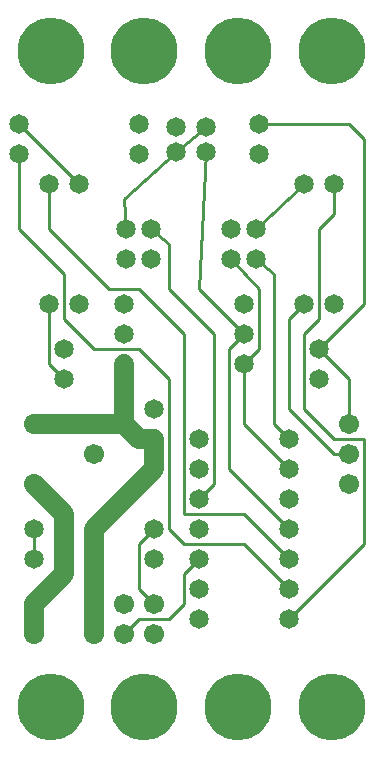
<source format=gtl>
%MOIN*%
%FSLAX25Y25*%
G04 D10 used for Character Trace; *
G04     Circle (OD=.01000) (No hole)*
G04 D11 used for Power Trace; *
G04     Circle (OD=.06700) (No hole)*
G04 D12 used for Signal Trace; *
G04     Circle (OD=.01100) (No hole)*
G04 D13 used for Via; *
G04     Circle (OD=.05800) (Round. Hole ID=.02800)*
G04 D14 used for Component hole; *
G04     Circle (OD=.06500) (Round. Hole ID=.03500)*
G04 D15 used for Component hole; *
G04     Circle (OD=.06700) (Round. Hole ID=.04300)*
G04 D16 used for Component hole; *
G04     Circle (OD=.08100) (Round. Hole ID=.05100)*
G04 D17 used for Component hole; *
G04     Circle (OD=.08900) (Round. Hole ID=.05900)*
G04 D18 used for Component hole; *
G04     Circle (OD=.11300) (Round. Hole ID=.08300)*
G04 D19 used for Component hole; *
G04     Circle (OD=.16000) (Round. Hole ID=.13000)*
G04 D20 used for Component hole; *
G04     Circle (OD=.18300) (Round. Hole ID=.15300)*
G04 D21 used for Component hole; *
G04     Circle (OD=.22291) (Round. Hole ID=.19291)*
%ADD10C,.01000*%
%ADD11C,.06700*%
%ADD12C,.01100*%
%ADD13C,.05800*%
%ADD14C,.06500*%
%ADD15C,.06700*%
%ADD16C,.08100*%
%ADD17C,.08900*%
%ADD18C,.11300*%
%ADD19C,.16000*%
%ADD20C,.18300*%
%ADD21C,.22291*%
%IPPOS*%
%LPD*%
G90*X0Y0D02*D21*X15625Y15625D03*D15*              
X40000Y40000D03*D12*X45000Y45000D01*X55000D01*    
X60000Y50000D01*Y60000D01*X65000Y65000D01*D14*D03*
D12*X60000Y70000D02*X80000D01*X95000Y55000D01*D14*
D03*Y65000D03*D12*X80000Y80000D01*X60000D01*      
Y140000D01*X45000Y155000D01*X35000D01*            
X15000Y175000D01*Y190000D01*D14*D03*              
X5000Y200000D03*D12*Y175000D01*X20000Y160000D01*  
Y145000D01*X30000Y135000D01*X45000D01*            
X55000Y125000D01*Y75000D01*X60000Y70000D01*D14*   
X65000Y75000D03*X50000D03*D12*X45000Y70000D01*    
Y55000D01*X50000Y50000D01*D15*D03*X40000D03*      
X50000Y40000D03*D14*X65000Y45000D03*              
X50000Y65000D03*X65000Y55000D03*D15*              
X30000Y50000D03*D11*Y40000D01*D15*D03*D11*        
Y50000D02*Y75000D01*X50000Y95000D01*Y105000D01*   
D14*D03*D11*X45000D01*X40000Y110000D01*X10000D01* 
D15*D03*D14*X20000Y125000D03*D12*X15000Y130000D01*
Y150000D01*D14*D03*X25000D03*X20000Y135000D03*    
X40800Y175000D03*D12*X40000Y185000D01*            
X57500Y200800D01*D14*D03*D12*X67500Y209200D01*D14*
D03*X57500D03*X67500Y200800D03*D12*               
X65000Y155000D01*X80000Y140000D01*D14*D03*D12*    
X75000Y135000D01*Y95000D01*X95000Y75000D01*D14*   
D03*Y85000D03*Y95000D03*D12*X80000Y110000D01*     
Y130000D01*D14*D03*D12*X85000Y135000D01*          
Y155000D01*X75800Y165000D01*D14*D03*              
X84200Y175000D03*D12*X100000Y190000D01*D14*D03*   
D12*X105000Y175000D02*X110000Y180000D01*          
X105000Y145000D02*Y175000D01*X100000Y140000D02*   
X105000Y145000D01*X100000Y115000D02*Y140000D01*   
X110000Y105000D02*X100000Y115000D01*              
X110000Y105000D02*X120000D01*Y70000D01*           
X95000Y45000D01*D14*D03*D21*X78125Y15625D03*      
X109375D03*D14*X65000Y85000D03*D12*               
X70000Y90000D01*Y140000D01*X55000Y155000D01*      
Y170000D01*X49200Y175000D01*D14*D03*              
X40800Y165000D03*X49200D03*X25000Y190000D03*D12*  
X5000Y210000D01*D14*D03*D21*X15625Y234375D03*D14* 
X45000Y200000D03*Y210000D03*D21*X46875Y234375D03* 
D14*X40000Y150000D03*X75800Y175000D03*            
X40000Y140000D03*X80000Y150000D03*D21*            
X78125Y234375D03*D14*X84200Y165000D03*D12*        
X90000Y160000D01*Y110000D01*X95000Y105000D01*D14* 
D03*D12*X110000Y100000D02*X95000Y115000D01*       
X110000Y100000D02*X115000D01*D15*D03*Y110000D03*  
D12*Y125000D01*X105000Y135000D01*D14*D03*D12*     
X120000Y150000D01*Y205000D01*X115000Y210000D01*   
X85000D01*D14*D03*Y200000D03*D21*                 
X109375Y234375D03*D14*X110000Y190000D03*D12*      
Y180000D01*D14*X100000Y150000D03*D12*             
X95000Y145000D01*Y115000D01*D14*X105000Y125000D03*
D15*X115000Y90000D03*D14*X65000Y105000D03*        
Y95000D03*X110000Y150000D03*X50000Y115000D03*     
X40000Y130000D03*D11*Y110000D01*D15*              
X30000Y100000D03*D11*X20000Y60000D02*Y80000D01*   
X10000Y50000D02*X20000Y60000D01*D15*              
X10000Y50000D03*D11*Y40000D01*D15*D03*D14*        
Y65000D03*D12*Y75000D01*D14*D03*D11*              
X20000Y80000D02*X10000Y90000D01*D15*D03*D21*      
X46875Y15625D03*M02*                              

</source>
